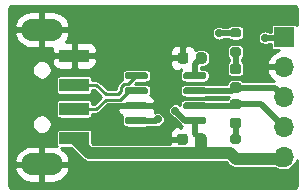
<source format=gtl>
%TF.GenerationSoftware,KiCad,Pcbnew,(5.1.10)-1*%
%TF.CreationDate,2021-07-14T15:21:13+08:00*%
%TF.ProjectId,usb-ttl,7573622d-7474-46c2-9e6b-696361645f70,rev?*%
%TF.SameCoordinates,Original*%
%TF.FileFunction,Copper,L1,Top*%
%TF.FilePolarity,Positive*%
%FSLAX46Y46*%
G04 Gerber Fmt 4.6, Leading zero omitted, Abs format (unit mm)*
G04 Created by KiCad (PCBNEW (5.1.10)-1) date 2021-07-14 15:21:13*
%MOMM*%
%LPD*%
G01*
G04 APERTURE LIST*
%TA.AperFunction,ComponentPad*%
%ADD10O,1.700000X1.700000*%
%TD*%
%TA.AperFunction,ComponentPad*%
%ADD11R,1.700000X1.700000*%
%TD*%
%TA.AperFunction,ComponentPad*%
%ADD12O,3.500000X1.900000*%
%TD*%
%TA.AperFunction,SMDPad,CuDef*%
%ADD13R,2.500000X1.100000*%
%TD*%
%TA.AperFunction,ViaPad*%
%ADD14C,0.700000*%
%TD*%
%TA.AperFunction,Conductor*%
%ADD15C,1.000000*%
%TD*%
%TA.AperFunction,Conductor*%
%ADD16C,0.500000*%
%TD*%
%TA.AperFunction,Conductor*%
%ADD17C,0.280000*%
%TD*%
%TA.AperFunction,Conductor*%
%ADD18C,0.254000*%
%TD*%
%TA.AperFunction,Conductor*%
%ADD19C,0.100000*%
%TD*%
G04 APERTURE END LIST*
%TO.P,U1,8*%
%TO.N,Net-(C2-Pad1)*%
%TA.AperFunction,SMDPad,CuDef*%
G36*
G01*
X115675000Y-119350000D02*
X115675000Y-119050000D01*
G75*
G02*
X115825000Y-118900000I150000J0D01*
G01*
X117475000Y-118900000D01*
G75*
G02*
X117625000Y-119050000I0J-150000D01*
G01*
X117625000Y-119350000D01*
G75*
G02*
X117475000Y-119500000I-150000J0D01*
G01*
X115825000Y-119500000D01*
G75*
G02*
X115675000Y-119350000I0J150000D01*
G01*
G37*
%TD.AperFunction*%
%TO.P,U1,7*%
%TO.N,/RXD*%
%TA.AperFunction,SMDPad,CuDef*%
G36*
G01*
X115675000Y-120620000D02*
X115675000Y-120320000D01*
G75*
G02*
X115825000Y-120170000I150000J0D01*
G01*
X117475000Y-120170000D01*
G75*
G02*
X117625000Y-120320000I0J-150000D01*
G01*
X117625000Y-120620000D01*
G75*
G02*
X117475000Y-120770000I-150000J0D01*
G01*
X115825000Y-120770000D01*
G75*
G02*
X115675000Y-120620000I0J150000D01*
G01*
G37*
%TD.AperFunction*%
%TO.P,U1,6*%
%TO.N,/TXD*%
%TA.AperFunction,SMDPad,CuDef*%
G36*
G01*
X115675000Y-121890000D02*
X115675000Y-121590000D01*
G75*
G02*
X115825000Y-121440000I150000J0D01*
G01*
X117475000Y-121440000D01*
G75*
G02*
X117625000Y-121590000I0J-150000D01*
G01*
X117625000Y-121890000D01*
G75*
G02*
X117475000Y-122040000I-150000J0D01*
G01*
X115825000Y-122040000D01*
G75*
G02*
X115675000Y-121890000I0J150000D01*
G01*
G37*
%TD.AperFunction*%
%TO.P,U1,5*%
%TO.N,+5V*%
%TA.AperFunction,SMDPad,CuDef*%
G36*
G01*
X115675000Y-123160000D02*
X115675000Y-122860000D01*
G75*
G02*
X115825000Y-122710000I150000J0D01*
G01*
X117475000Y-122710000D01*
G75*
G02*
X117625000Y-122860000I0J-150000D01*
G01*
X117625000Y-123160000D01*
G75*
G02*
X117475000Y-123310000I-150000J0D01*
G01*
X115825000Y-123310000D01*
G75*
G02*
X115675000Y-123160000I0J150000D01*
G01*
G37*
%TD.AperFunction*%
%TO.P,U1,4*%
%TO.N,/RTS*%
%TA.AperFunction,SMDPad,CuDef*%
G36*
G01*
X110725000Y-123160000D02*
X110725000Y-122860000D01*
G75*
G02*
X110875000Y-122710000I150000J0D01*
G01*
X112525000Y-122710000D01*
G75*
G02*
X112675000Y-122860000I0J-150000D01*
G01*
X112675000Y-123160000D01*
G75*
G02*
X112525000Y-123310000I-150000J0D01*
G01*
X110875000Y-123310000D01*
G75*
G02*
X110725000Y-123160000I0J150000D01*
G01*
G37*
%TD.AperFunction*%
%TO.P,U1,3*%
%TO.N,GND*%
%TA.AperFunction,SMDPad,CuDef*%
G36*
G01*
X110725000Y-121890000D02*
X110725000Y-121590000D01*
G75*
G02*
X110875000Y-121440000I150000J0D01*
G01*
X112525000Y-121440000D01*
G75*
G02*
X112675000Y-121590000I0J-150000D01*
G01*
X112675000Y-121890000D01*
G75*
G02*
X112525000Y-122040000I-150000J0D01*
G01*
X110875000Y-122040000D01*
G75*
G02*
X110725000Y-121890000I0J150000D01*
G01*
G37*
%TD.AperFunction*%
%TO.P,U1,2*%
%TO.N,/D-*%
%TA.AperFunction,SMDPad,CuDef*%
G36*
G01*
X110725000Y-120620000D02*
X110725000Y-120320000D01*
G75*
G02*
X110875000Y-120170000I150000J0D01*
G01*
X112525000Y-120170000D01*
G75*
G02*
X112675000Y-120320000I0J-150000D01*
G01*
X112675000Y-120620000D01*
G75*
G02*
X112525000Y-120770000I-150000J0D01*
G01*
X110875000Y-120770000D01*
G75*
G02*
X110725000Y-120620000I0J150000D01*
G01*
G37*
%TD.AperFunction*%
%TO.P,U1,1*%
%TO.N,/D+*%
%TA.AperFunction,SMDPad,CuDef*%
G36*
G01*
X110725000Y-119350000D02*
X110725000Y-119050000D01*
G75*
G02*
X110875000Y-118900000I150000J0D01*
G01*
X112525000Y-118900000D01*
G75*
G02*
X112675000Y-119050000I0J-150000D01*
G01*
X112675000Y-119350000D01*
G75*
G02*
X112525000Y-119500000I-150000J0D01*
G01*
X110875000Y-119500000D01*
G75*
G02*
X110725000Y-119350000I0J150000D01*
G01*
G37*
%TD.AperFunction*%
%TD*%
D10*
%TO.P,J2,5*%
%TO.N,+5V*%
X124200000Y-126080000D03*
%TO.P,J2,4*%
%TO.N,/TXD*%
X124200000Y-123540000D03*
%TO.P,J2,3*%
%TO.N,/RXD*%
X124200000Y-121000000D03*
%TO.P,J2,2*%
%TO.N,GND*%
X124200000Y-118460000D03*
D11*
%TO.P,J2,1*%
%TO.N,/RTS*%
X124200000Y-115920000D03*
%TD*%
%TO.P,R2,2*%
%TO.N,Net-(D2-Pad2)*%
%TA.AperFunction,SMDPad,CuDef*%
G36*
G01*
X119825000Y-116800000D02*
X120375000Y-116800000D01*
G75*
G02*
X120575000Y-117000000I0J-200000D01*
G01*
X120575000Y-117400000D01*
G75*
G02*
X120375000Y-117600000I-200000J0D01*
G01*
X119825000Y-117600000D01*
G75*
G02*
X119625000Y-117400000I0J200000D01*
G01*
X119625000Y-117000000D01*
G75*
G02*
X119825000Y-116800000I200000J0D01*
G01*
G37*
%TD.AperFunction*%
%TO.P,R2,1*%
%TO.N,+5V*%
%TA.AperFunction,SMDPad,CuDef*%
G36*
G01*
X119825000Y-115150000D02*
X120375000Y-115150000D01*
G75*
G02*
X120575000Y-115350000I0J-200000D01*
G01*
X120575000Y-115750000D01*
G75*
G02*
X120375000Y-115950000I-200000J0D01*
G01*
X119825000Y-115950000D01*
G75*
G02*
X119625000Y-115750000I0J200000D01*
G01*
X119625000Y-115350000D01*
G75*
G02*
X119825000Y-115150000I200000J0D01*
G01*
G37*
%TD.AperFunction*%
%TD*%
%TO.P,R1,2*%
%TO.N,Net-(D1-Pad2)*%
%TA.AperFunction,SMDPad,CuDef*%
G36*
G01*
X120375000Y-124975000D02*
X119825000Y-124975000D01*
G75*
G02*
X119625000Y-124775000I0J200000D01*
G01*
X119625000Y-124375000D01*
G75*
G02*
X119825000Y-124175000I200000J0D01*
G01*
X120375000Y-124175000D01*
G75*
G02*
X120575000Y-124375000I0J-200000D01*
G01*
X120575000Y-124775000D01*
G75*
G02*
X120375000Y-124975000I-200000J0D01*
G01*
G37*
%TD.AperFunction*%
%TO.P,R1,1*%
%TO.N,+5V*%
%TA.AperFunction,SMDPad,CuDef*%
G36*
G01*
X120375000Y-126625000D02*
X119825000Y-126625000D01*
G75*
G02*
X119625000Y-126425000I0J200000D01*
G01*
X119625000Y-126025000D01*
G75*
G02*
X119825000Y-125825000I200000J0D01*
G01*
X120375000Y-125825000D01*
G75*
G02*
X120575000Y-126025000I0J-200000D01*
G01*
X120575000Y-126425000D01*
G75*
G02*
X120375000Y-126625000I-200000J0D01*
G01*
G37*
%TD.AperFunction*%
%TD*%
D12*
%TO.P,J1,5*%
%TO.N,GND*%
X103700000Y-115300000D03*
X103700000Y-126700000D03*
D13*
%TO.P,J1,4*%
X106450000Y-117500000D03*
%TO.P,J1,1*%
%TO.N,+5V*%
X106450000Y-124500000D03*
%TO.P,J1,3*%
%TO.N,/D+*%
X106450000Y-120000000D03*
%TO.P,J1,2*%
%TO.N,/D-*%
X106450000Y-122000000D03*
%TD*%
%TO.P,D2,2*%
%TO.N,Net-(D2-Pad2)*%
%TA.AperFunction,SMDPad,CuDef*%
G36*
G01*
X120356250Y-119062500D02*
X119843750Y-119062500D01*
G75*
G02*
X119625000Y-118843750I0J218750D01*
G01*
X119625000Y-118406250D01*
G75*
G02*
X119843750Y-118187500I218750J0D01*
G01*
X120356250Y-118187500D01*
G75*
G02*
X120575000Y-118406250I0J-218750D01*
G01*
X120575000Y-118843750D01*
G75*
G02*
X120356250Y-119062500I-218750J0D01*
G01*
G37*
%TD.AperFunction*%
%TO.P,D2,1*%
%TO.N,/RXD*%
%TA.AperFunction,SMDPad,CuDef*%
G36*
G01*
X120356250Y-120637500D02*
X119843750Y-120637500D01*
G75*
G02*
X119625000Y-120418750I0J218750D01*
G01*
X119625000Y-119981250D01*
G75*
G02*
X119843750Y-119762500I218750J0D01*
G01*
X120356250Y-119762500D01*
G75*
G02*
X120575000Y-119981250I0J-218750D01*
G01*
X120575000Y-120418750D01*
G75*
G02*
X120356250Y-120637500I-218750J0D01*
G01*
G37*
%TD.AperFunction*%
%TD*%
%TO.P,D1,2*%
%TO.N,Net-(D1-Pad2)*%
%TA.AperFunction,SMDPad,CuDef*%
G36*
G01*
X119843750Y-122762500D02*
X120356250Y-122762500D01*
G75*
G02*
X120575000Y-122981250I0J-218750D01*
G01*
X120575000Y-123418750D01*
G75*
G02*
X120356250Y-123637500I-218750J0D01*
G01*
X119843750Y-123637500D01*
G75*
G02*
X119625000Y-123418750I0J218750D01*
G01*
X119625000Y-122981250D01*
G75*
G02*
X119843750Y-122762500I218750J0D01*
G01*
G37*
%TD.AperFunction*%
%TO.P,D1,1*%
%TO.N,/TXD*%
%TA.AperFunction,SMDPad,CuDef*%
G36*
G01*
X119843750Y-121187500D02*
X120356250Y-121187500D01*
G75*
G02*
X120575000Y-121406250I0J-218750D01*
G01*
X120575000Y-121843750D01*
G75*
G02*
X120356250Y-122062500I-218750J0D01*
G01*
X119843750Y-122062500D01*
G75*
G02*
X119625000Y-121843750I0J218750D01*
G01*
X119625000Y-121406250D01*
G75*
G02*
X119843750Y-121187500I218750J0D01*
G01*
G37*
%TD.AperFunction*%
%TD*%
%TO.P,C2,2*%
%TO.N,GND*%
%TA.AperFunction,SMDPad,CuDef*%
G36*
G01*
X116100000Y-117450000D02*
X116100000Y-117950000D01*
G75*
G02*
X115875000Y-118175000I-225000J0D01*
G01*
X115425000Y-118175000D01*
G75*
G02*
X115200000Y-117950000I0J225000D01*
G01*
X115200000Y-117450000D01*
G75*
G02*
X115425000Y-117225000I225000J0D01*
G01*
X115875000Y-117225000D01*
G75*
G02*
X116100000Y-117450000I0J-225000D01*
G01*
G37*
%TD.AperFunction*%
%TO.P,C2,1*%
%TO.N,Net-(C2-Pad1)*%
%TA.AperFunction,SMDPad,CuDef*%
G36*
G01*
X117650000Y-117450000D02*
X117650000Y-117950000D01*
G75*
G02*
X117425000Y-118175000I-225000J0D01*
G01*
X116975000Y-118175000D01*
G75*
G02*
X116750000Y-117950000I0J225000D01*
G01*
X116750000Y-117450000D01*
G75*
G02*
X116975000Y-117225000I225000J0D01*
G01*
X117425000Y-117225000D01*
G75*
G02*
X117650000Y-117450000I0J-225000D01*
G01*
G37*
%TD.AperFunction*%
%TD*%
%TO.P,C1,2*%
%TO.N,GND*%
%TA.AperFunction,SMDPad,CuDef*%
G36*
G01*
X116050000Y-124350000D02*
X116050000Y-124850000D01*
G75*
G02*
X115825000Y-125075000I-225000J0D01*
G01*
X115375000Y-125075000D01*
G75*
G02*
X115150000Y-124850000I0J225000D01*
G01*
X115150000Y-124350000D01*
G75*
G02*
X115375000Y-124125000I225000J0D01*
G01*
X115825000Y-124125000D01*
G75*
G02*
X116050000Y-124350000I0J-225000D01*
G01*
G37*
%TD.AperFunction*%
%TO.P,C1,1*%
%TO.N,+5V*%
%TA.AperFunction,SMDPad,CuDef*%
G36*
G01*
X117600000Y-124350000D02*
X117600000Y-124850000D01*
G75*
G02*
X117375000Y-125075000I-225000J0D01*
G01*
X116925000Y-125075000D01*
G75*
G02*
X116700000Y-124850000I0J225000D01*
G01*
X116700000Y-124350000D01*
G75*
G02*
X116925000Y-124125000I225000J0D01*
G01*
X117375000Y-124125000D01*
G75*
G02*
X117600000Y-124350000I0J-225000D01*
G01*
G37*
%TD.AperFunction*%
%TD*%
D14*
%TO.N,+5V*%
X115000000Y-122150000D03*
X118700000Y-115600000D03*
%TO.N,/RTS*%
X113500000Y-122900000D03*
X122600000Y-116000000D03*
%TD*%
D15*
%TO.N,+5V*%
X123880000Y-126400000D02*
X124200000Y-126080000D01*
D16*
X116650000Y-124100000D02*
X117150000Y-124600000D01*
X116650000Y-123010000D02*
X116650000Y-124100000D01*
D15*
X119600010Y-125725010D02*
X120100000Y-126225000D01*
X106450000Y-124500000D02*
X107675010Y-125725010D01*
X124055000Y-126225000D02*
X124200000Y-126080000D01*
X120100000Y-126225000D02*
X124055000Y-126225000D01*
X117150000Y-125550000D02*
X117325010Y-125725010D01*
X117150000Y-124600000D02*
X117150000Y-125550000D01*
X117325010Y-125725010D02*
X119600010Y-125725010D01*
X107675010Y-125725010D02*
X117325010Y-125725010D01*
D16*
X115860000Y-123010000D02*
X115000000Y-122150000D01*
X116650000Y-123010000D02*
X115860000Y-123010000D01*
X120050000Y-115600000D02*
X120100000Y-115550000D01*
X118700000Y-115600000D02*
X120050000Y-115600000D01*
%TO.N,Net-(C2-Pad1)*%
X116650000Y-118250000D02*
X117200000Y-117700000D01*
X116650000Y-119200000D02*
X116650000Y-118250000D01*
%TO.N,Net-(D1-Pad2)*%
X120100000Y-123200000D02*
X120100000Y-124575000D01*
%TO.N,/TXD*%
X123935000Y-123275000D02*
X124200000Y-123540000D01*
X119985000Y-121740000D02*
X120100000Y-121625000D01*
X116650000Y-121740000D02*
X119985000Y-121740000D01*
X122285000Y-121625000D02*
X124200000Y-123540000D01*
X120100000Y-121625000D02*
X122285000Y-121625000D01*
%TO.N,Net-(D2-Pad2)*%
X120100000Y-117200000D02*
X120100000Y-118625000D01*
%TO.N,/RXD*%
X119830000Y-120470000D02*
X120100000Y-120200000D01*
X116650000Y-120470000D02*
X119830000Y-120470000D01*
X123400000Y-120200000D02*
X124200000Y-121000000D01*
X120100000Y-120200000D02*
X123400000Y-120200000D01*
D17*
%TO.N,/D+*%
X109109001Y-120784000D02*
X108325001Y-120000000D01*
X110116000Y-120784000D02*
X109109001Y-120784000D01*
X110434990Y-120465010D02*
X110116000Y-120784000D01*
X110434990Y-120137740D02*
X110434990Y-120465010D01*
X110692740Y-119879990D02*
X110434990Y-120137740D01*
X108325001Y-120000000D02*
X106450000Y-120000000D01*
X111020010Y-119879990D02*
X110692740Y-119879990D01*
X111700000Y-119200000D02*
X111020010Y-119879990D01*
%TO.N,/D-*%
X109109001Y-121216000D02*
X108325001Y-122000000D01*
X111040941Y-120470000D02*
X110294941Y-121216000D01*
X111700000Y-120470000D02*
X111040941Y-120470000D01*
X110294941Y-121216000D02*
X109109001Y-121216000D01*
X108325001Y-122000000D02*
X106450000Y-122000000D01*
D16*
%TO.N,/RTS*%
X113390000Y-123010000D02*
X113500000Y-122900000D01*
X111700000Y-123010000D02*
X113390000Y-123010000D01*
X124120000Y-116000000D02*
X124200000Y-115920000D01*
X122600000Y-116000000D02*
X124120000Y-116000000D01*
%TD*%
D18*
%TO.N,GND*%
X125216870Y-113383130D02*
X125298001Y-113481988D01*
X125298001Y-114946362D01*
X125281431Y-114915363D01*
X125246816Y-114873184D01*
X125204637Y-114838569D01*
X125156516Y-114812847D01*
X125104301Y-114797008D01*
X125050000Y-114791660D01*
X123350000Y-114791660D01*
X123295699Y-114797008D01*
X123243484Y-114812847D01*
X123195363Y-114838569D01*
X123153184Y-114873184D01*
X123118569Y-114915363D01*
X123092847Y-114963484D01*
X123077008Y-115015699D01*
X123071660Y-115070000D01*
X123071660Y-115473000D01*
X122939859Y-115473000D01*
X122896996Y-115444360D01*
X122782889Y-115397095D01*
X122661754Y-115373000D01*
X122538246Y-115373000D01*
X122417111Y-115397095D01*
X122303004Y-115444360D01*
X122200311Y-115512977D01*
X122112977Y-115600311D01*
X122044360Y-115703004D01*
X121997095Y-115817111D01*
X121973000Y-115938246D01*
X121973000Y-116061754D01*
X121997095Y-116182889D01*
X122044360Y-116296996D01*
X122112977Y-116399689D01*
X122200311Y-116487023D01*
X122303004Y-116555640D01*
X122417111Y-116602905D01*
X122538246Y-116627000D01*
X122661754Y-116627000D01*
X122782889Y-116602905D01*
X122896996Y-116555640D01*
X122939859Y-116527000D01*
X123071660Y-116527000D01*
X123071660Y-116770000D01*
X123077008Y-116824301D01*
X123092847Y-116876516D01*
X123118569Y-116924637D01*
X123153184Y-116966816D01*
X123195363Y-117001431D01*
X123243484Y-117027153D01*
X123295699Y-117042992D01*
X123350000Y-117048340D01*
X123759042Y-117048340D01*
X123568748Y-117115843D01*
X123318645Y-117264822D01*
X123102412Y-117459731D01*
X122928359Y-117693080D01*
X122803175Y-117955901D01*
X122758524Y-118103110D01*
X122879845Y-118333000D01*
X124073000Y-118333000D01*
X124073000Y-118313000D01*
X124327000Y-118313000D01*
X124327000Y-118333000D01*
X124347000Y-118333000D01*
X124347000Y-118587000D01*
X124327000Y-118587000D01*
X124327000Y-118607000D01*
X124073000Y-118607000D01*
X124073000Y-118587000D01*
X122879845Y-118587000D01*
X122758524Y-118816890D01*
X122803175Y-118964099D01*
X122928359Y-119226920D01*
X123102412Y-119460269D01*
X123318645Y-119655178D01*
X123348564Y-119673000D01*
X120743236Y-119673000D01*
X120707746Y-119629754D01*
X120632418Y-119567935D01*
X120546478Y-119521999D01*
X120453227Y-119493711D01*
X120356250Y-119484160D01*
X119843750Y-119484160D01*
X119746773Y-119493711D01*
X119653522Y-119521999D01*
X119567582Y-119567935D01*
X119492254Y-119629754D01*
X119430435Y-119705082D01*
X119384499Y-119791022D01*
X119356211Y-119884273D01*
X119350427Y-119943000D01*
X117673969Y-119943000D01*
X117638919Y-119924265D01*
X117558565Y-119899890D01*
X117475000Y-119891660D01*
X115825000Y-119891660D01*
X115741435Y-119899890D01*
X115661081Y-119924265D01*
X115587027Y-119963848D01*
X115522118Y-120017118D01*
X115468848Y-120082027D01*
X115429265Y-120156081D01*
X115404890Y-120236435D01*
X115396660Y-120320000D01*
X115396660Y-120620000D01*
X115404890Y-120703565D01*
X115429265Y-120783919D01*
X115468848Y-120857973D01*
X115522118Y-120922882D01*
X115587027Y-120976152D01*
X115661081Y-121015735D01*
X115741435Y-121040110D01*
X115825000Y-121048340D01*
X117475000Y-121048340D01*
X117558565Y-121040110D01*
X117638919Y-121015735D01*
X117673969Y-120997000D01*
X119562629Y-120997000D01*
X119492254Y-121054754D01*
X119430435Y-121130082D01*
X119386114Y-121213000D01*
X117673969Y-121213000D01*
X117638919Y-121194265D01*
X117558565Y-121169890D01*
X117475000Y-121161660D01*
X115825000Y-121161660D01*
X115741435Y-121169890D01*
X115661081Y-121194265D01*
X115587027Y-121233848D01*
X115522118Y-121287118D01*
X115468848Y-121352027D01*
X115429265Y-121426081D01*
X115404890Y-121506435D01*
X115396660Y-121590000D01*
X115396660Y-121660953D01*
X115296996Y-121594360D01*
X115182889Y-121547095D01*
X115061754Y-121523000D01*
X114938246Y-121523000D01*
X114817111Y-121547095D01*
X114703004Y-121594360D01*
X114600311Y-121662977D01*
X114512977Y-121750311D01*
X114444360Y-121853004D01*
X114397095Y-121967111D01*
X114373000Y-122088246D01*
X114373000Y-122211754D01*
X114397095Y-122332889D01*
X114444360Y-122446996D01*
X114512977Y-122549689D01*
X114600311Y-122637023D01*
X114703004Y-122705640D01*
X114817111Y-122752905D01*
X114867673Y-122762962D01*
X115429996Y-123325287D01*
X115468848Y-123397973D01*
X115522118Y-123462882D01*
X115555161Y-123490000D01*
X115472998Y-123490000D01*
X115472998Y-123648748D01*
X115314250Y-123490000D01*
X115150000Y-123486928D01*
X115025518Y-123499188D01*
X114905820Y-123535498D01*
X114795506Y-123594463D01*
X114698815Y-123673815D01*
X114619463Y-123770506D01*
X114560498Y-123880820D01*
X114524188Y-124000518D01*
X114511928Y-124125000D01*
X114515000Y-124314250D01*
X114673750Y-124473000D01*
X115473000Y-124473000D01*
X115473000Y-124453000D01*
X115727000Y-124453000D01*
X115727000Y-124473000D01*
X115747000Y-124473000D01*
X115747000Y-124727000D01*
X115727000Y-124727000D01*
X115727000Y-124747000D01*
X115473000Y-124747000D01*
X115473000Y-124727000D01*
X114673750Y-124727000D01*
X114515000Y-124885750D01*
X114513989Y-124948010D01*
X107996854Y-124948010D01*
X107978340Y-124929496D01*
X107978340Y-123950000D01*
X107972992Y-123895699D01*
X107957153Y-123843484D01*
X107931431Y-123795363D01*
X107896816Y-123753184D01*
X107854637Y-123718569D01*
X107806516Y-123692847D01*
X107754301Y-123677008D01*
X107700000Y-123671660D01*
X105200000Y-123671660D01*
X105145699Y-123677008D01*
X105093484Y-123692847D01*
X105045363Y-123718569D01*
X105003184Y-123753184D01*
X104968569Y-123795363D01*
X104942847Y-123843484D01*
X104927008Y-123895699D01*
X104921660Y-123950000D01*
X104921660Y-125050000D01*
X104927008Y-125104301D01*
X104942847Y-125156516D01*
X104954540Y-125178392D01*
X104933778Y-125170232D01*
X104627000Y-125115000D01*
X103827000Y-125115000D01*
X103827000Y-126573000D01*
X105920584Y-126573000D01*
X106040586Y-126327412D01*
X106012949Y-126210779D01*
X105888436Y-125925017D01*
X105710566Y-125669038D01*
X105486175Y-125452678D01*
X105292544Y-125328340D01*
X106179497Y-125328340D01*
X107098600Y-126247444D01*
X107122930Y-126277090D01*
X107241244Y-126374187D01*
X107376226Y-126446337D01*
X107522691Y-126490767D01*
X107636844Y-126502010D01*
X107636846Y-126502010D01*
X107675010Y-126505769D01*
X107713173Y-126502010D01*
X117286846Y-126502010D01*
X117325010Y-126505769D01*
X117363173Y-126502010D01*
X119278167Y-126502010D01*
X119382575Y-126606418D01*
X119383071Y-126608053D01*
X119427275Y-126690751D01*
X119486763Y-126763237D01*
X119559249Y-126822725D01*
X119641947Y-126866929D01*
X119666746Y-126874452D01*
X119754199Y-126921195D01*
X119801216Y-126946327D01*
X119947681Y-126990757D01*
X120061834Y-127002000D01*
X120061836Y-127002000D01*
X120100000Y-127005759D01*
X120138163Y-127002000D01*
X123388749Y-127002000D01*
X123446234Y-127049177D01*
X123581217Y-127121327D01*
X123727682Y-127165756D01*
X123880000Y-127180759D01*
X123931551Y-127175681D01*
X124089000Y-127207000D01*
X124311000Y-127207000D01*
X124528734Y-127163690D01*
X124733835Y-127078734D01*
X124918421Y-126955398D01*
X125075398Y-126798421D01*
X125198734Y-126613835D01*
X125283690Y-126408734D01*
X125298000Y-126336792D01*
X125298000Y-128518013D01*
X125216870Y-128616870D01*
X125118013Y-128698000D01*
X101081987Y-128698000D01*
X100983130Y-128616870D01*
X100902000Y-128518013D01*
X100902000Y-127072588D01*
X101359414Y-127072588D01*
X101387051Y-127189221D01*
X101511564Y-127474983D01*
X101689434Y-127730962D01*
X101913825Y-127947322D01*
X102176114Y-128115748D01*
X102466222Y-128229768D01*
X102773000Y-128285000D01*
X103573000Y-128285000D01*
X103573000Y-126827000D01*
X103827000Y-126827000D01*
X103827000Y-128285000D01*
X104627000Y-128285000D01*
X104933778Y-128229768D01*
X105223886Y-128115748D01*
X105486175Y-127947322D01*
X105710566Y-127730962D01*
X105888436Y-127474983D01*
X106012949Y-127189221D01*
X106040586Y-127072588D01*
X105920584Y-126827000D01*
X103827000Y-126827000D01*
X103573000Y-126827000D01*
X101479416Y-126827000D01*
X101359414Y-127072588D01*
X100902000Y-127072588D01*
X100902000Y-126327412D01*
X101359414Y-126327412D01*
X101479416Y-126573000D01*
X103573000Y-126573000D01*
X103573000Y-125115000D01*
X102773000Y-125115000D01*
X102466222Y-125170232D01*
X102176114Y-125284252D01*
X101913825Y-125452678D01*
X101689434Y-125669038D01*
X101511564Y-125925017D01*
X101387051Y-126210779D01*
X101359414Y-126327412D01*
X100902000Y-126327412D01*
X100902000Y-123218548D01*
X102873000Y-123218548D01*
X102873000Y-123381452D01*
X102904782Y-123541227D01*
X102967123Y-123691731D01*
X103057628Y-123827181D01*
X103172819Y-123942372D01*
X103308269Y-124032877D01*
X103458773Y-124095218D01*
X103618548Y-124127000D01*
X103781452Y-124127000D01*
X103941227Y-124095218D01*
X104091731Y-124032877D01*
X104227181Y-123942372D01*
X104342372Y-123827181D01*
X104432877Y-123691731D01*
X104495218Y-123541227D01*
X104527000Y-123381452D01*
X104527000Y-123218548D01*
X104495218Y-123058773D01*
X104432877Y-122908269D01*
X104342372Y-122772819D01*
X104227181Y-122657628D01*
X104091731Y-122567123D01*
X103941227Y-122504782D01*
X103781452Y-122473000D01*
X103618548Y-122473000D01*
X103458773Y-122504782D01*
X103308269Y-122567123D01*
X103172819Y-122657628D01*
X103057628Y-122772819D01*
X102967123Y-122908269D01*
X102904782Y-123058773D01*
X102873000Y-123218548D01*
X100902000Y-123218548D01*
X100902000Y-118618548D01*
X102873000Y-118618548D01*
X102873000Y-118781452D01*
X102904782Y-118941227D01*
X102967123Y-119091731D01*
X103057628Y-119227181D01*
X103172819Y-119342372D01*
X103308269Y-119432877D01*
X103458773Y-119495218D01*
X103618548Y-119527000D01*
X103781452Y-119527000D01*
X103941227Y-119495218D01*
X104050392Y-119450000D01*
X104921660Y-119450000D01*
X104921660Y-120550000D01*
X104927008Y-120604301D01*
X104942847Y-120656516D01*
X104968569Y-120704637D01*
X105003184Y-120746816D01*
X105045363Y-120781431D01*
X105093484Y-120807153D01*
X105145699Y-120822992D01*
X105200000Y-120828340D01*
X107700000Y-120828340D01*
X107754301Y-120822992D01*
X107806516Y-120807153D01*
X107854637Y-120781431D01*
X107896816Y-120746816D01*
X107931431Y-120704637D01*
X107957153Y-120656516D01*
X107972992Y-120604301D01*
X107978340Y-120550000D01*
X107978340Y-120417000D01*
X108152275Y-120417000D01*
X108735274Y-121000000D01*
X108152275Y-121583000D01*
X107978340Y-121583000D01*
X107978340Y-121450000D01*
X107972992Y-121395699D01*
X107957153Y-121343484D01*
X107931431Y-121295363D01*
X107896816Y-121253184D01*
X107854637Y-121218569D01*
X107806516Y-121192847D01*
X107754301Y-121177008D01*
X107700000Y-121171660D01*
X105200000Y-121171660D01*
X105145699Y-121177008D01*
X105093484Y-121192847D01*
X105045363Y-121218569D01*
X105003184Y-121253184D01*
X104968569Y-121295363D01*
X104942847Y-121343484D01*
X104927008Y-121395699D01*
X104921660Y-121450000D01*
X104921660Y-122550000D01*
X104927008Y-122604301D01*
X104942847Y-122656516D01*
X104968569Y-122704637D01*
X105003184Y-122746816D01*
X105045363Y-122781431D01*
X105093484Y-122807153D01*
X105145699Y-122822992D01*
X105200000Y-122828340D01*
X107700000Y-122828340D01*
X107754301Y-122822992D01*
X107806516Y-122807153D01*
X107854637Y-122781431D01*
X107896816Y-122746816D01*
X107931431Y-122704637D01*
X107957153Y-122656516D01*
X107972992Y-122604301D01*
X107978340Y-122550000D01*
X107978340Y-122417000D01*
X108304524Y-122417000D01*
X108325001Y-122419017D01*
X108345478Y-122417000D01*
X108345481Y-122417000D01*
X108406747Y-122410966D01*
X108485352Y-122387121D01*
X108557794Y-122348400D01*
X108621291Y-122296290D01*
X108634352Y-122280376D01*
X108874728Y-122040000D01*
X110086928Y-122040000D01*
X110099188Y-122164482D01*
X110135498Y-122284180D01*
X110194463Y-122394494D01*
X110273815Y-122491185D01*
X110370506Y-122570537D01*
X110480820Y-122629502D01*
X110510104Y-122638385D01*
X110479265Y-122696081D01*
X110454890Y-122776435D01*
X110446660Y-122860000D01*
X110446660Y-123160000D01*
X110454890Y-123243565D01*
X110479265Y-123323919D01*
X110518848Y-123397973D01*
X110572118Y-123462882D01*
X110637027Y-123516152D01*
X110711081Y-123555735D01*
X110791435Y-123580110D01*
X110875000Y-123588340D01*
X112525000Y-123588340D01*
X112608565Y-123580110D01*
X112688919Y-123555735D01*
X112723969Y-123537000D01*
X113364119Y-123537000D01*
X113390000Y-123539549D01*
X113415881Y-123537000D01*
X113493310Y-123529374D01*
X113501136Y-123527000D01*
X113561754Y-123527000D01*
X113682889Y-123502905D01*
X113796996Y-123455640D01*
X113899689Y-123387023D01*
X113987023Y-123299689D01*
X114055640Y-123196996D01*
X114102905Y-123082889D01*
X114127000Y-122961754D01*
X114127000Y-122838246D01*
X114102905Y-122717111D01*
X114055640Y-122603004D01*
X113987023Y-122500311D01*
X113899689Y-122412977D01*
X113796996Y-122344360D01*
X113682889Y-122297095D01*
X113561754Y-122273000D01*
X113438246Y-122273000D01*
X113317111Y-122297095D01*
X113240675Y-122328756D01*
X113264502Y-122284180D01*
X113300812Y-122164482D01*
X113313072Y-122040000D01*
X113310000Y-122025750D01*
X113151250Y-121867000D01*
X111827000Y-121867000D01*
X111827000Y-121887000D01*
X111573000Y-121887000D01*
X111573000Y-121867000D01*
X110248750Y-121867000D01*
X110090000Y-122025750D01*
X110086928Y-122040000D01*
X108874728Y-122040000D01*
X109281728Y-121633000D01*
X110274464Y-121633000D01*
X110294941Y-121635017D01*
X110315418Y-121633000D01*
X110315421Y-121633000D01*
X110376687Y-121626966D01*
X110422726Y-121613000D01*
X111573000Y-121613000D01*
X111573000Y-121593000D01*
X111827000Y-121593000D01*
X111827000Y-121613000D01*
X113151250Y-121613000D01*
X113310000Y-121454250D01*
X113313072Y-121440000D01*
X113300812Y-121315518D01*
X113264502Y-121195820D01*
X113205537Y-121085506D01*
X113126185Y-120988815D01*
X113029494Y-120909463D01*
X112919180Y-120850498D01*
X112889896Y-120841615D01*
X112920735Y-120783919D01*
X112945110Y-120703565D01*
X112953340Y-120620000D01*
X112953340Y-120320000D01*
X112945110Y-120236435D01*
X112920735Y-120156081D01*
X112881152Y-120082027D01*
X112827882Y-120017118D01*
X112762973Y-119963848D01*
X112688919Y-119924265D01*
X112608565Y-119899890D01*
X112525000Y-119891660D01*
X111598067Y-119891660D01*
X111711387Y-119778340D01*
X112525000Y-119778340D01*
X112608565Y-119770110D01*
X112688919Y-119745735D01*
X112762973Y-119706152D01*
X112827882Y-119652882D01*
X112881152Y-119587973D01*
X112920735Y-119513919D01*
X112945110Y-119433565D01*
X112953340Y-119350000D01*
X112953340Y-119050000D01*
X112945110Y-118966435D01*
X112920735Y-118886081D01*
X112881152Y-118812027D01*
X112827882Y-118747118D01*
X112762973Y-118693848D01*
X112688919Y-118654265D01*
X112608565Y-118629890D01*
X112525000Y-118621660D01*
X110875000Y-118621660D01*
X110791435Y-118629890D01*
X110711081Y-118654265D01*
X110637027Y-118693848D01*
X110572118Y-118747118D01*
X110518848Y-118812027D01*
X110479265Y-118886081D01*
X110454890Y-118966435D01*
X110446660Y-119050000D01*
X110446660Y-119350000D01*
X110454890Y-119433565D01*
X110479265Y-119513919D01*
X110482319Y-119519632D01*
X110459946Y-119531590D01*
X110438709Y-119549020D01*
X110396450Y-119583700D01*
X110383389Y-119599615D01*
X110154615Y-119828389D01*
X110138700Y-119841450D01*
X110086590Y-119904948D01*
X110047869Y-119977390D01*
X110024024Y-120055995D01*
X110020016Y-120096690D01*
X110015973Y-120137740D01*
X110017990Y-120158217D01*
X110017990Y-120292283D01*
X109943274Y-120367000D01*
X109281728Y-120367000D01*
X108634352Y-119719624D01*
X108621291Y-119703710D01*
X108557794Y-119651600D01*
X108485352Y-119612879D01*
X108406747Y-119589034D01*
X108345481Y-119583000D01*
X108345478Y-119583000D01*
X108325001Y-119580983D01*
X108304524Y-119583000D01*
X107978340Y-119583000D01*
X107978340Y-119450000D01*
X107972992Y-119395699D01*
X107957153Y-119343484D01*
X107931431Y-119295363D01*
X107896816Y-119253184D01*
X107854637Y-119218569D01*
X107806516Y-119192847D01*
X107754301Y-119177008D01*
X107700000Y-119171660D01*
X105200000Y-119171660D01*
X105145699Y-119177008D01*
X105093484Y-119192847D01*
X105045363Y-119218569D01*
X105003184Y-119253184D01*
X104968569Y-119295363D01*
X104942847Y-119343484D01*
X104927008Y-119395699D01*
X104921660Y-119450000D01*
X104050392Y-119450000D01*
X104091731Y-119432877D01*
X104227181Y-119342372D01*
X104342372Y-119227181D01*
X104432877Y-119091731D01*
X104495218Y-118941227D01*
X104527000Y-118781452D01*
X104527000Y-118618548D01*
X104495218Y-118458773D01*
X104432877Y-118308269D01*
X104342372Y-118172819D01*
X104227181Y-118057628D01*
X104215765Y-118050000D01*
X104561928Y-118050000D01*
X104574188Y-118174482D01*
X104610498Y-118294180D01*
X104669463Y-118404494D01*
X104748815Y-118501185D01*
X104845506Y-118580537D01*
X104955820Y-118639502D01*
X105075518Y-118675812D01*
X105200000Y-118688072D01*
X106164250Y-118685000D01*
X106323000Y-118526250D01*
X106323000Y-117627000D01*
X106577000Y-117627000D01*
X106577000Y-118526250D01*
X106735750Y-118685000D01*
X107700000Y-118688072D01*
X107824482Y-118675812D01*
X107944180Y-118639502D01*
X108054494Y-118580537D01*
X108151185Y-118501185D01*
X108230537Y-118404494D01*
X108289502Y-118294180D01*
X108325654Y-118175000D01*
X114561928Y-118175000D01*
X114574188Y-118299482D01*
X114610498Y-118419180D01*
X114669463Y-118529494D01*
X114748815Y-118626185D01*
X114845506Y-118705537D01*
X114955820Y-118764502D01*
X115075518Y-118800812D01*
X115200000Y-118813072D01*
X115364250Y-118810000D01*
X115522998Y-118651252D01*
X115522998Y-118746396D01*
X115522118Y-118747118D01*
X115468848Y-118812027D01*
X115429265Y-118886081D01*
X115404890Y-118966435D01*
X115396660Y-119050000D01*
X115396660Y-119350000D01*
X115404890Y-119433565D01*
X115429265Y-119513919D01*
X115468848Y-119587973D01*
X115522118Y-119652882D01*
X115587027Y-119706152D01*
X115661081Y-119745735D01*
X115741435Y-119770110D01*
X115825000Y-119778340D01*
X117475000Y-119778340D01*
X117558565Y-119770110D01*
X117638919Y-119745735D01*
X117712973Y-119706152D01*
X117777882Y-119652882D01*
X117831152Y-119587973D01*
X117870735Y-119513919D01*
X117895110Y-119433565D01*
X117903340Y-119350000D01*
X117903340Y-119050000D01*
X117895110Y-118966435D01*
X117870735Y-118886081D01*
X117831152Y-118812027D01*
X117777882Y-118747118D01*
X117712973Y-118693848D01*
X117638919Y-118654265D01*
X117558565Y-118629890D01*
X117475000Y-118621660D01*
X117177000Y-118621660D01*
X117177000Y-118468289D01*
X117191949Y-118453340D01*
X117425000Y-118453340D01*
X117523197Y-118443668D01*
X117617620Y-118415026D01*
X117704641Y-118368512D01*
X117780915Y-118305915D01*
X117843512Y-118229641D01*
X117890026Y-118142620D01*
X117918668Y-118048197D01*
X117928340Y-117950000D01*
X117928340Y-117450000D01*
X117918668Y-117351803D01*
X117890026Y-117257380D01*
X117843512Y-117170359D01*
X117780915Y-117094085D01*
X117704641Y-117031488D01*
X117645732Y-117000000D01*
X119346660Y-117000000D01*
X119346660Y-117400000D01*
X119355851Y-117493320D01*
X119383071Y-117583053D01*
X119427275Y-117665751D01*
X119486763Y-117738237D01*
X119559249Y-117797725D01*
X119573000Y-117805075D01*
X119573001Y-117990039D01*
X119567582Y-117992935D01*
X119492254Y-118054754D01*
X119430435Y-118130082D01*
X119384499Y-118216022D01*
X119356211Y-118309273D01*
X119346660Y-118406250D01*
X119346660Y-118843750D01*
X119356211Y-118940727D01*
X119384499Y-119033978D01*
X119430435Y-119119918D01*
X119492254Y-119195246D01*
X119567582Y-119257065D01*
X119653522Y-119303001D01*
X119746773Y-119331289D01*
X119843750Y-119340840D01*
X120356250Y-119340840D01*
X120453227Y-119331289D01*
X120546478Y-119303001D01*
X120632418Y-119257065D01*
X120707746Y-119195246D01*
X120769565Y-119119918D01*
X120815501Y-119033978D01*
X120843789Y-118940727D01*
X120853340Y-118843750D01*
X120853340Y-118406250D01*
X120843789Y-118309273D01*
X120815501Y-118216022D01*
X120769565Y-118130082D01*
X120707746Y-118054754D01*
X120632418Y-117992935D01*
X120627000Y-117990039D01*
X120627000Y-117805075D01*
X120640751Y-117797725D01*
X120713237Y-117738237D01*
X120772725Y-117665751D01*
X120816929Y-117583053D01*
X120844149Y-117493320D01*
X120853340Y-117400000D01*
X120853340Y-117000000D01*
X120844149Y-116906680D01*
X120816929Y-116816947D01*
X120772725Y-116734249D01*
X120713237Y-116661763D01*
X120640751Y-116602275D01*
X120558053Y-116558071D01*
X120468320Y-116530851D01*
X120375000Y-116521660D01*
X119825000Y-116521660D01*
X119731680Y-116530851D01*
X119641947Y-116558071D01*
X119559249Y-116602275D01*
X119486763Y-116661763D01*
X119427275Y-116734249D01*
X119383071Y-116816947D01*
X119355851Y-116906680D01*
X119346660Y-117000000D01*
X117645732Y-117000000D01*
X117617620Y-116984974D01*
X117523197Y-116956332D01*
X117425000Y-116946660D01*
X116975000Y-116946660D01*
X116876803Y-116956332D01*
X116782380Y-116984974D01*
X116703545Y-117027113D01*
X116689502Y-116980820D01*
X116630537Y-116870506D01*
X116551185Y-116773815D01*
X116454494Y-116694463D01*
X116344180Y-116635498D01*
X116224482Y-116599188D01*
X116100000Y-116586928D01*
X115935750Y-116590000D01*
X115777000Y-116748750D01*
X115777000Y-117573000D01*
X115797000Y-117573000D01*
X115797000Y-117827000D01*
X115777000Y-117827000D01*
X115777000Y-117847000D01*
X115523000Y-117847000D01*
X115523000Y-117827000D01*
X114723750Y-117827000D01*
X114565000Y-117985750D01*
X114561928Y-118175000D01*
X108325654Y-118175000D01*
X108325812Y-118174482D01*
X108338072Y-118050000D01*
X108335000Y-117785750D01*
X108176250Y-117627000D01*
X106577000Y-117627000D01*
X106323000Y-117627000D01*
X104723750Y-117627000D01*
X104565000Y-117785750D01*
X104561928Y-118050000D01*
X104215765Y-118050000D01*
X104091731Y-117967123D01*
X103941227Y-117904782D01*
X103781452Y-117873000D01*
X103618548Y-117873000D01*
X103458773Y-117904782D01*
X103308269Y-117967123D01*
X103172819Y-118057628D01*
X103057628Y-118172819D01*
X102967123Y-118308269D01*
X102904782Y-118458773D01*
X102873000Y-118618548D01*
X100902000Y-118618548D01*
X100902000Y-115672588D01*
X101359414Y-115672588D01*
X101387051Y-115789221D01*
X101511564Y-116074983D01*
X101689434Y-116330962D01*
X101913825Y-116547322D01*
X102176114Y-116715748D01*
X102466222Y-116829768D01*
X102773000Y-116885000D01*
X103573000Y-116885000D01*
X103573000Y-115427000D01*
X103827000Y-115427000D01*
X103827000Y-116885000D01*
X104568330Y-116885000D01*
X104561928Y-116950000D01*
X104565000Y-117214250D01*
X104723750Y-117373000D01*
X106323000Y-117373000D01*
X106323000Y-116473750D01*
X106577000Y-116473750D01*
X106577000Y-117373000D01*
X108176250Y-117373000D01*
X108324250Y-117225000D01*
X114561928Y-117225000D01*
X114565000Y-117414250D01*
X114723750Y-117573000D01*
X115523000Y-117573000D01*
X115523000Y-116748750D01*
X115364250Y-116590000D01*
X115200000Y-116586928D01*
X115075518Y-116599188D01*
X114955820Y-116635498D01*
X114845506Y-116694463D01*
X114748815Y-116773815D01*
X114669463Y-116870506D01*
X114610498Y-116980820D01*
X114574188Y-117100518D01*
X114561928Y-117225000D01*
X108324250Y-117225000D01*
X108335000Y-117214250D01*
X108338072Y-116950000D01*
X108325812Y-116825518D01*
X108289502Y-116705820D01*
X108230537Y-116595506D01*
X108151185Y-116498815D01*
X108054494Y-116419463D01*
X107944180Y-116360498D01*
X107824482Y-116324188D01*
X107700000Y-116311928D01*
X106735750Y-116315000D01*
X106577000Y-116473750D01*
X106323000Y-116473750D01*
X106164250Y-116315000D01*
X105722635Y-116313593D01*
X105888436Y-116074983D01*
X106012949Y-115789221D01*
X106040586Y-115672588D01*
X105974943Y-115538246D01*
X118073000Y-115538246D01*
X118073000Y-115661754D01*
X118097095Y-115782889D01*
X118144360Y-115896996D01*
X118212977Y-115999689D01*
X118300311Y-116087023D01*
X118403004Y-116155640D01*
X118517111Y-116202905D01*
X118638246Y-116227000D01*
X118761754Y-116227000D01*
X118882889Y-116202905D01*
X118996996Y-116155640D01*
X119039859Y-116127000D01*
X119533996Y-116127000D01*
X119559249Y-116147725D01*
X119641947Y-116191929D01*
X119731680Y-116219149D01*
X119825000Y-116228340D01*
X120375000Y-116228340D01*
X120468320Y-116219149D01*
X120558053Y-116191929D01*
X120640751Y-116147725D01*
X120713237Y-116088237D01*
X120772725Y-116015751D01*
X120816929Y-115933053D01*
X120844149Y-115843320D01*
X120853340Y-115750000D01*
X120853340Y-115350000D01*
X120844149Y-115256680D01*
X120816929Y-115166947D01*
X120772725Y-115084249D01*
X120713237Y-115011763D01*
X120640751Y-114952275D01*
X120558053Y-114908071D01*
X120468320Y-114880851D01*
X120375000Y-114871660D01*
X119825000Y-114871660D01*
X119731680Y-114880851D01*
X119641947Y-114908071D01*
X119559249Y-114952275D01*
X119486763Y-115011763D01*
X119436507Y-115073000D01*
X119039859Y-115073000D01*
X118996996Y-115044360D01*
X118882889Y-114997095D01*
X118761754Y-114973000D01*
X118638246Y-114973000D01*
X118517111Y-114997095D01*
X118403004Y-115044360D01*
X118300311Y-115112977D01*
X118212977Y-115200311D01*
X118144360Y-115303004D01*
X118097095Y-115417111D01*
X118073000Y-115538246D01*
X105974943Y-115538246D01*
X105920584Y-115427000D01*
X103827000Y-115427000D01*
X103573000Y-115427000D01*
X101479416Y-115427000D01*
X101359414Y-115672588D01*
X100902000Y-115672588D01*
X100902000Y-114927412D01*
X101359414Y-114927412D01*
X101479416Y-115173000D01*
X103573000Y-115173000D01*
X103573000Y-113715000D01*
X103827000Y-113715000D01*
X103827000Y-115173000D01*
X105920584Y-115173000D01*
X106040586Y-114927412D01*
X106012949Y-114810779D01*
X105888436Y-114525017D01*
X105710566Y-114269038D01*
X105486175Y-114052678D01*
X105223886Y-113884252D01*
X104933778Y-113770232D01*
X104627000Y-113715000D01*
X103827000Y-113715000D01*
X103573000Y-113715000D01*
X102773000Y-113715000D01*
X102466222Y-113770232D01*
X102176114Y-113884252D01*
X101913825Y-114052678D01*
X101689434Y-114269038D01*
X101511564Y-114525017D01*
X101387051Y-114810779D01*
X101359414Y-114927412D01*
X100902000Y-114927412D01*
X100902000Y-113481987D01*
X100983130Y-113383130D01*
X101081987Y-113302000D01*
X125118013Y-113302000D01*
X125216870Y-113383130D01*
%TA.AperFunction,Conductor*%
D19*
G36*
X125216870Y-113383130D02*
G01*
X125298001Y-113481988D01*
X125298001Y-114946362D01*
X125281431Y-114915363D01*
X125246816Y-114873184D01*
X125204637Y-114838569D01*
X125156516Y-114812847D01*
X125104301Y-114797008D01*
X125050000Y-114791660D01*
X123350000Y-114791660D01*
X123295699Y-114797008D01*
X123243484Y-114812847D01*
X123195363Y-114838569D01*
X123153184Y-114873184D01*
X123118569Y-114915363D01*
X123092847Y-114963484D01*
X123077008Y-115015699D01*
X123071660Y-115070000D01*
X123071660Y-115473000D01*
X122939859Y-115473000D01*
X122896996Y-115444360D01*
X122782889Y-115397095D01*
X122661754Y-115373000D01*
X122538246Y-115373000D01*
X122417111Y-115397095D01*
X122303004Y-115444360D01*
X122200311Y-115512977D01*
X122112977Y-115600311D01*
X122044360Y-115703004D01*
X121997095Y-115817111D01*
X121973000Y-115938246D01*
X121973000Y-116061754D01*
X121997095Y-116182889D01*
X122044360Y-116296996D01*
X122112977Y-116399689D01*
X122200311Y-116487023D01*
X122303004Y-116555640D01*
X122417111Y-116602905D01*
X122538246Y-116627000D01*
X122661754Y-116627000D01*
X122782889Y-116602905D01*
X122896996Y-116555640D01*
X122939859Y-116527000D01*
X123071660Y-116527000D01*
X123071660Y-116770000D01*
X123077008Y-116824301D01*
X123092847Y-116876516D01*
X123118569Y-116924637D01*
X123153184Y-116966816D01*
X123195363Y-117001431D01*
X123243484Y-117027153D01*
X123295699Y-117042992D01*
X123350000Y-117048340D01*
X123759042Y-117048340D01*
X123568748Y-117115843D01*
X123318645Y-117264822D01*
X123102412Y-117459731D01*
X122928359Y-117693080D01*
X122803175Y-117955901D01*
X122758524Y-118103110D01*
X122879845Y-118333000D01*
X124073000Y-118333000D01*
X124073000Y-118313000D01*
X124327000Y-118313000D01*
X124327000Y-118333000D01*
X124347000Y-118333000D01*
X124347000Y-118587000D01*
X124327000Y-118587000D01*
X124327000Y-118607000D01*
X124073000Y-118607000D01*
X124073000Y-118587000D01*
X122879845Y-118587000D01*
X122758524Y-118816890D01*
X122803175Y-118964099D01*
X122928359Y-119226920D01*
X123102412Y-119460269D01*
X123318645Y-119655178D01*
X123348564Y-119673000D01*
X120743236Y-119673000D01*
X120707746Y-119629754D01*
X120632418Y-119567935D01*
X120546478Y-119521999D01*
X120453227Y-119493711D01*
X120356250Y-119484160D01*
X119843750Y-119484160D01*
X119746773Y-119493711D01*
X119653522Y-119521999D01*
X119567582Y-119567935D01*
X119492254Y-119629754D01*
X119430435Y-119705082D01*
X119384499Y-119791022D01*
X119356211Y-119884273D01*
X119350427Y-119943000D01*
X117673969Y-119943000D01*
X117638919Y-119924265D01*
X117558565Y-119899890D01*
X117475000Y-119891660D01*
X115825000Y-119891660D01*
X115741435Y-119899890D01*
X115661081Y-119924265D01*
X115587027Y-119963848D01*
X115522118Y-120017118D01*
X115468848Y-120082027D01*
X115429265Y-120156081D01*
X115404890Y-120236435D01*
X115396660Y-120320000D01*
X115396660Y-120620000D01*
X115404890Y-120703565D01*
X115429265Y-120783919D01*
X115468848Y-120857973D01*
X115522118Y-120922882D01*
X115587027Y-120976152D01*
X115661081Y-121015735D01*
X115741435Y-121040110D01*
X115825000Y-121048340D01*
X117475000Y-121048340D01*
X117558565Y-121040110D01*
X117638919Y-121015735D01*
X117673969Y-120997000D01*
X119562629Y-120997000D01*
X119492254Y-121054754D01*
X119430435Y-121130082D01*
X119386114Y-121213000D01*
X117673969Y-121213000D01*
X117638919Y-121194265D01*
X117558565Y-121169890D01*
X117475000Y-121161660D01*
X115825000Y-121161660D01*
X115741435Y-121169890D01*
X115661081Y-121194265D01*
X115587027Y-121233848D01*
X115522118Y-121287118D01*
X115468848Y-121352027D01*
X115429265Y-121426081D01*
X115404890Y-121506435D01*
X115396660Y-121590000D01*
X115396660Y-121660953D01*
X115296996Y-121594360D01*
X115182889Y-121547095D01*
X115061754Y-121523000D01*
X114938246Y-121523000D01*
X114817111Y-121547095D01*
X114703004Y-121594360D01*
X114600311Y-121662977D01*
X114512977Y-121750311D01*
X114444360Y-121853004D01*
X114397095Y-121967111D01*
X114373000Y-122088246D01*
X114373000Y-122211754D01*
X114397095Y-122332889D01*
X114444360Y-122446996D01*
X114512977Y-122549689D01*
X114600311Y-122637023D01*
X114703004Y-122705640D01*
X114817111Y-122752905D01*
X114867673Y-122762962D01*
X115429996Y-123325287D01*
X115468848Y-123397973D01*
X115522118Y-123462882D01*
X115555161Y-123490000D01*
X115472998Y-123490000D01*
X115472998Y-123648748D01*
X115314250Y-123490000D01*
X115150000Y-123486928D01*
X115025518Y-123499188D01*
X114905820Y-123535498D01*
X114795506Y-123594463D01*
X114698815Y-123673815D01*
X114619463Y-123770506D01*
X114560498Y-123880820D01*
X114524188Y-124000518D01*
X114511928Y-124125000D01*
X114515000Y-124314250D01*
X114673750Y-124473000D01*
X115473000Y-124473000D01*
X115473000Y-124453000D01*
X115727000Y-124453000D01*
X115727000Y-124473000D01*
X115747000Y-124473000D01*
X115747000Y-124727000D01*
X115727000Y-124727000D01*
X115727000Y-124747000D01*
X115473000Y-124747000D01*
X115473000Y-124727000D01*
X114673750Y-124727000D01*
X114515000Y-124885750D01*
X114513989Y-124948010D01*
X107996854Y-124948010D01*
X107978340Y-124929496D01*
X107978340Y-123950000D01*
X107972992Y-123895699D01*
X107957153Y-123843484D01*
X107931431Y-123795363D01*
X107896816Y-123753184D01*
X107854637Y-123718569D01*
X107806516Y-123692847D01*
X107754301Y-123677008D01*
X107700000Y-123671660D01*
X105200000Y-123671660D01*
X105145699Y-123677008D01*
X105093484Y-123692847D01*
X105045363Y-123718569D01*
X105003184Y-123753184D01*
X104968569Y-123795363D01*
X104942847Y-123843484D01*
X104927008Y-123895699D01*
X104921660Y-123950000D01*
X104921660Y-125050000D01*
X104927008Y-125104301D01*
X104942847Y-125156516D01*
X104954540Y-125178392D01*
X104933778Y-125170232D01*
X104627000Y-125115000D01*
X103827000Y-125115000D01*
X103827000Y-126573000D01*
X105920584Y-126573000D01*
X106040586Y-126327412D01*
X106012949Y-126210779D01*
X105888436Y-125925017D01*
X105710566Y-125669038D01*
X105486175Y-125452678D01*
X105292544Y-125328340D01*
X106179497Y-125328340D01*
X107098600Y-126247444D01*
X107122930Y-126277090D01*
X107241244Y-126374187D01*
X107376226Y-126446337D01*
X107522691Y-126490767D01*
X107636844Y-126502010D01*
X107636846Y-126502010D01*
X107675010Y-126505769D01*
X107713173Y-126502010D01*
X117286846Y-126502010D01*
X117325010Y-126505769D01*
X117363173Y-126502010D01*
X119278167Y-126502010D01*
X119382575Y-126606418D01*
X119383071Y-126608053D01*
X119427275Y-126690751D01*
X119486763Y-126763237D01*
X119559249Y-126822725D01*
X119641947Y-126866929D01*
X119666746Y-126874452D01*
X119754199Y-126921195D01*
X119801216Y-126946327D01*
X119947681Y-126990757D01*
X120061834Y-127002000D01*
X120061836Y-127002000D01*
X120100000Y-127005759D01*
X120138163Y-127002000D01*
X123388749Y-127002000D01*
X123446234Y-127049177D01*
X123581217Y-127121327D01*
X123727682Y-127165756D01*
X123880000Y-127180759D01*
X123931551Y-127175681D01*
X124089000Y-127207000D01*
X124311000Y-127207000D01*
X124528734Y-127163690D01*
X124733835Y-127078734D01*
X124918421Y-126955398D01*
X125075398Y-126798421D01*
X125198734Y-126613835D01*
X125283690Y-126408734D01*
X125298000Y-126336792D01*
X125298000Y-128518013D01*
X125216870Y-128616870D01*
X125118013Y-128698000D01*
X101081987Y-128698000D01*
X100983130Y-128616870D01*
X100902000Y-128518013D01*
X100902000Y-127072588D01*
X101359414Y-127072588D01*
X101387051Y-127189221D01*
X101511564Y-127474983D01*
X101689434Y-127730962D01*
X101913825Y-127947322D01*
X102176114Y-128115748D01*
X102466222Y-128229768D01*
X102773000Y-128285000D01*
X103573000Y-128285000D01*
X103573000Y-126827000D01*
X103827000Y-126827000D01*
X103827000Y-128285000D01*
X104627000Y-128285000D01*
X104933778Y-128229768D01*
X105223886Y-128115748D01*
X105486175Y-127947322D01*
X105710566Y-127730962D01*
X105888436Y-127474983D01*
X106012949Y-127189221D01*
X106040586Y-127072588D01*
X105920584Y-126827000D01*
X103827000Y-126827000D01*
X103573000Y-126827000D01*
X101479416Y-126827000D01*
X101359414Y-127072588D01*
X100902000Y-127072588D01*
X100902000Y-126327412D01*
X101359414Y-126327412D01*
X101479416Y-126573000D01*
X103573000Y-126573000D01*
X103573000Y-125115000D01*
X102773000Y-125115000D01*
X102466222Y-125170232D01*
X102176114Y-125284252D01*
X101913825Y-125452678D01*
X101689434Y-125669038D01*
X101511564Y-125925017D01*
X101387051Y-126210779D01*
X101359414Y-126327412D01*
X100902000Y-126327412D01*
X100902000Y-123218548D01*
X102873000Y-123218548D01*
X102873000Y-123381452D01*
X102904782Y-123541227D01*
X102967123Y-123691731D01*
X103057628Y-123827181D01*
X103172819Y-123942372D01*
X103308269Y-124032877D01*
X103458773Y-124095218D01*
X103618548Y-124127000D01*
X103781452Y-124127000D01*
X103941227Y-124095218D01*
X104091731Y-124032877D01*
X104227181Y-123942372D01*
X104342372Y-123827181D01*
X104432877Y-123691731D01*
X104495218Y-123541227D01*
X104527000Y-123381452D01*
X104527000Y-123218548D01*
X104495218Y-123058773D01*
X104432877Y-122908269D01*
X104342372Y-122772819D01*
X104227181Y-122657628D01*
X104091731Y-122567123D01*
X103941227Y-122504782D01*
X103781452Y-122473000D01*
X103618548Y-122473000D01*
X103458773Y-122504782D01*
X103308269Y-122567123D01*
X103172819Y-122657628D01*
X103057628Y-122772819D01*
X102967123Y-122908269D01*
X102904782Y-123058773D01*
X102873000Y-123218548D01*
X100902000Y-123218548D01*
X100902000Y-118618548D01*
X102873000Y-118618548D01*
X102873000Y-118781452D01*
X102904782Y-118941227D01*
X102967123Y-119091731D01*
X103057628Y-119227181D01*
X103172819Y-119342372D01*
X103308269Y-119432877D01*
X103458773Y-119495218D01*
X103618548Y-119527000D01*
X103781452Y-119527000D01*
X103941227Y-119495218D01*
X104050392Y-119450000D01*
X104921660Y-119450000D01*
X104921660Y-120550000D01*
X104927008Y-120604301D01*
X104942847Y-120656516D01*
X104968569Y-120704637D01*
X105003184Y-120746816D01*
X105045363Y-120781431D01*
X105093484Y-120807153D01*
X105145699Y-120822992D01*
X105200000Y-120828340D01*
X107700000Y-120828340D01*
X107754301Y-120822992D01*
X107806516Y-120807153D01*
X107854637Y-120781431D01*
X107896816Y-120746816D01*
X107931431Y-120704637D01*
X107957153Y-120656516D01*
X107972992Y-120604301D01*
X107978340Y-120550000D01*
X107978340Y-120417000D01*
X108152275Y-120417000D01*
X108735274Y-121000000D01*
X108152275Y-121583000D01*
X107978340Y-121583000D01*
X107978340Y-121450000D01*
X107972992Y-121395699D01*
X107957153Y-121343484D01*
X107931431Y-121295363D01*
X107896816Y-121253184D01*
X107854637Y-121218569D01*
X107806516Y-121192847D01*
X107754301Y-121177008D01*
X107700000Y-121171660D01*
X105200000Y-121171660D01*
X105145699Y-121177008D01*
X105093484Y-121192847D01*
X105045363Y-121218569D01*
X105003184Y-121253184D01*
X104968569Y-121295363D01*
X104942847Y-121343484D01*
X104927008Y-121395699D01*
X104921660Y-121450000D01*
X104921660Y-122550000D01*
X104927008Y-122604301D01*
X104942847Y-122656516D01*
X104968569Y-122704637D01*
X105003184Y-122746816D01*
X105045363Y-122781431D01*
X105093484Y-122807153D01*
X105145699Y-122822992D01*
X105200000Y-122828340D01*
X107700000Y-122828340D01*
X107754301Y-122822992D01*
X107806516Y-122807153D01*
X107854637Y-122781431D01*
X107896816Y-122746816D01*
X107931431Y-122704637D01*
X107957153Y-122656516D01*
X107972992Y-122604301D01*
X107978340Y-122550000D01*
X107978340Y-122417000D01*
X108304524Y-122417000D01*
X108325001Y-122419017D01*
X108345478Y-122417000D01*
X108345481Y-122417000D01*
X108406747Y-122410966D01*
X108485352Y-122387121D01*
X108557794Y-122348400D01*
X108621291Y-122296290D01*
X108634352Y-122280376D01*
X108874728Y-122040000D01*
X110086928Y-122040000D01*
X110099188Y-122164482D01*
X110135498Y-122284180D01*
X110194463Y-122394494D01*
X110273815Y-122491185D01*
X110370506Y-122570537D01*
X110480820Y-122629502D01*
X110510104Y-122638385D01*
X110479265Y-122696081D01*
X110454890Y-122776435D01*
X110446660Y-122860000D01*
X110446660Y-123160000D01*
X110454890Y-123243565D01*
X110479265Y-123323919D01*
X110518848Y-123397973D01*
X110572118Y-123462882D01*
X110637027Y-123516152D01*
X110711081Y-123555735D01*
X110791435Y-123580110D01*
X110875000Y-123588340D01*
X112525000Y-123588340D01*
X112608565Y-123580110D01*
X112688919Y-123555735D01*
X112723969Y-123537000D01*
X113364119Y-123537000D01*
X113390000Y-123539549D01*
X113415881Y-123537000D01*
X113493310Y-123529374D01*
X113501136Y-123527000D01*
X113561754Y-123527000D01*
X113682889Y-123502905D01*
X113796996Y-123455640D01*
X113899689Y-123387023D01*
X113987023Y-123299689D01*
X114055640Y-123196996D01*
X114102905Y-123082889D01*
X114127000Y-122961754D01*
X114127000Y-122838246D01*
X114102905Y-122717111D01*
X114055640Y-122603004D01*
X113987023Y-122500311D01*
X113899689Y-122412977D01*
X113796996Y-122344360D01*
X113682889Y-122297095D01*
X113561754Y-122273000D01*
X113438246Y-122273000D01*
X113317111Y-122297095D01*
X113240675Y-122328756D01*
X113264502Y-122284180D01*
X113300812Y-122164482D01*
X113313072Y-122040000D01*
X113310000Y-122025750D01*
X113151250Y-121867000D01*
X111827000Y-121867000D01*
X111827000Y-121887000D01*
X111573000Y-121887000D01*
X111573000Y-121867000D01*
X110248750Y-121867000D01*
X110090000Y-122025750D01*
X110086928Y-122040000D01*
X108874728Y-122040000D01*
X109281728Y-121633000D01*
X110274464Y-121633000D01*
X110294941Y-121635017D01*
X110315418Y-121633000D01*
X110315421Y-121633000D01*
X110376687Y-121626966D01*
X110422726Y-121613000D01*
X111573000Y-121613000D01*
X111573000Y-121593000D01*
X111827000Y-121593000D01*
X111827000Y-121613000D01*
X113151250Y-121613000D01*
X113310000Y-121454250D01*
X113313072Y-121440000D01*
X113300812Y-121315518D01*
X113264502Y-121195820D01*
X113205537Y-121085506D01*
X113126185Y-120988815D01*
X113029494Y-120909463D01*
X112919180Y-120850498D01*
X112889896Y-120841615D01*
X112920735Y-120783919D01*
X112945110Y-120703565D01*
X112953340Y-120620000D01*
X112953340Y-120320000D01*
X112945110Y-120236435D01*
X112920735Y-120156081D01*
X112881152Y-120082027D01*
X112827882Y-120017118D01*
X112762973Y-119963848D01*
X112688919Y-119924265D01*
X112608565Y-119899890D01*
X112525000Y-119891660D01*
X111598067Y-119891660D01*
X111711387Y-119778340D01*
X112525000Y-119778340D01*
X112608565Y-119770110D01*
X112688919Y-119745735D01*
X112762973Y-119706152D01*
X112827882Y-119652882D01*
X112881152Y-119587973D01*
X112920735Y-119513919D01*
X112945110Y-119433565D01*
X112953340Y-119350000D01*
X112953340Y-119050000D01*
X112945110Y-118966435D01*
X112920735Y-118886081D01*
X112881152Y-118812027D01*
X112827882Y-118747118D01*
X112762973Y-118693848D01*
X112688919Y-118654265D01*
X112608565Y-118629890D01*
X112525000Y-118621660D01*
X110875000Y-118621660D01*
X110791435Y-118629890D01*
X110711081Y-118654265D01*
X110637027Y-118693848D01*
X110572118Y-118747118D01*
X110518848Y-118812027D01*
X110479265Y-118886081D01*
X110454890Y-118966435D01*
X110446660Y-119050000D01*
X110446660Y-119350000D01*
X110454890Y-119433565D01*
X110479265Y-119513919D01*
X110482319Y-119519632D01*
X110459946Y-119531590D01*
X110438709Y-119549020D01*
X110396450Y-119583700D01*
X110383389Y-119599615D01*
X110154615Y-119828389D01*
X110138700Y-119841450D01*
X110086590Y-119904948D01*
X110047869Y-119977390D01*
X110024024Y-120055995D01*
X110020016Y-120096690D01*
X110015973Y-120137740D01*
X110017990Y-120158217D01*
X110017990Y-120292283D01*
X109943274Y-120367000D01*
X109281728Y-120367000D01*
X108634352Y-119719624D01*
X108621291Y-119703710D01*
X108557794Y-119651600D01*
X108485352Y-119612879D01*
X108406747Y-119589034D01*
X108345481Y-119583000D01*
X108345478Y-119583000D01*
X108325001Y-119580983D01*
X108304524Y-119583000D01*
X107978340Y-119583000D01*
X107978340Y-119450000D01*
X107972992Y-119395699D01*
X107957153Y-119343484D01*
X107931431Y-119295363D01*
X107896816Y-119253184D01*
X107854637Y-119218569D01*
X107806516Y-119192847D01*
X107754301Y-119177008D01*
X107700000Y-119171660D01*
X105200000Y-119171660D01*
X105145699Y-119177008D01*
X105093484Y-119192847D01*
X105045363Y-119218569D01*
X105003184Y-119253184D01*
X104968569Y-119295363D01*
X104942847Y-119343484D01*
X104927008Y-119395699D01*
X104921660Y-119450000D01*
X104050392Y-119450000D01*
X104091731Y-119432877D01*
X104227181Y-119342372D01*
X104342372Y-119227181D01*
X104432877Y-119091731D01*
X104495218Y-118941227D01*
X104527000Y-118781452D01*
X104527000Y-118618548D01*
X104495218Y-118458773D01*
X104432877Y-118308269D01*
X104342372Y-118172819D01*
X104227181Y-118057628D01*
X104215765Y-118050000D01*
X104561928Y-118050000D01*
X104574188Y-118174482D01*
X104610498Y-118294180D01*
X104669463Y-118404494D01*
X104748815Y-118501185D01*
X104845506Y-118580537D01*
X104955820Y-118639502D01*
X105075518Y-118675812D01*
X105200000Y-118688072D01*
X106164250Y-118685000D01*
X106323000Y-118526250D01*
X106323000Y-117627000D01*
X106577000Y-117627000D01*
X106577000Y-118526250D01*
X106735750Y-118685000D01*
X107700000Y-118688072D01*
X107824482Y-118675812D01*
X107944180Y-118639502D01*
X108054494Y-118580537D01*
X108151185Y-118501185D01*
X108230537Y-118404494D01*
X108289502Y-118294180D01*
X108325654Y-118175000D01*
X114561928Y-118175000D01*
X114574188Y-118299482D01*
X114610498Y-118419180D01*
X114669463Y-118529494D01*
X114748815Y-118626185D01*
X114845506Y-118705537D01*
X114955820Y-118764502D01*
X115075518Y-118800812D01*
X115200000Y-118813072D01*
X115364250Y-118810000D01*
X115522998Y-118651252D01*
X115522998Y-118746396D01*
X115522118Y-118747118D01*
X115468848Y-118812027D01*
X115429265Y-118886081D01*
X115404890Y-118966435D01*
X115396660Y-119050000D01*
X115396660Y-119350000D01*
X115404890Y-119433565D01*
X115429265Y-119513919D01*
X115468848Y-119587973D01*
X115522118Y-119652882D01*
X115587027Y-119706152D01*
X115661081Y-119745735D01*
X115741435Y-119770110D01*
X115825000Y-119778340D01*
X117475000Y-119778340D01*
X117558565Y-119770110D01*
X117638919Y-119745735D01*
X117712973Y-119706152D01*
X117777882Y-119652882D01*
X117831152Y-119587973D01*
X117870735Y-119513919D01*
X117895110Y-119433565D01*
X117903340Y-119350000D01*
X117903340Y-119050000D01*
X117895110Y-118966435D01*
X117870735Y-118886081D01*
X117831152Y-118812027D01*
X117777882Y-118747118D01*
X117712973Y-118693848D01*
X117638919Y-118654265D01*
X117558565Y-118629890D01*
X117475000Y-118621660D01*
X117177000Y-118621660D01*
X117177000Y-118468289D01*
X117191949Y-118453340D01*
X117425000Y-118453340D01*
X117523197Y-118443668D01*
X117617620Y-118415026D01*
X117704641Y-118368512D01*
X117780915Y-118305915D01*
X117843512Y-118229641D01*
X117890026Y-118142620D01*
X117918668Y-118048197D01*
X117928340Y-117950000D01*
X117928340Y-117450000D01*
X117918668Y-117351803D01*
X117890026Y-117257380D01*
X117843512Y-117170359D01*
X117780915Y-117094085D01*
X117704641Y-117031488D01*
X117645732Y-117000000D01*
X119346660Y-117000000D01*
X119346660Y-117400000D01*
X119355851Y-117493320D01*
X119383071Y-117583053D01*
X119427275Y-117665751D01*
X119486763Y-117738237D01*
X119559249Y-117797725D01*
X119573000Y-117805075D01*
X119573001Y-117990039D01*
X119567582Y-117992935D01*
X119492254Y-118054754D01*
X119430435Y-118130082D01*
X119384499Y-118216022D01*
X119356211Y-118309273D01*
X119346660Y-118406250D01*
X119346660Y-118843750D01*
X119356211Y-118940727D01*
X119384499Y-119033978D01*
X119430435Y-119119918D01*
X119492254Y-119195246D01*
X119567582Y-119257065D01*
X119653522Y-119303001D01*
X119746773Y-119331289D01*
X119843750Y-119340840D01*
X120356250Y-119340840D01*
X120453227Y-119331289D01*
X120546478Y-119303001D01*
X120632418Y-119257065D01*
X120707746Y-119195246D01*
X120769565Y-119119918D01*
X120815501Y-119033978D01*
X120843789Y-118940727D01*
X120853340Y-118843750D01*
X120853340Y-118406250D01*
X120843789Y-118309273D01*
X120815501Y-118216022D01*
X120769565Y-118130082D01*
X120707746Y-118054754D01*
X120632418Y-117992935D01*
X120627000Y-117990039D01*
X120627000Y-117805075D01*
X120640751Y-117797725D01*
X120713237Y-117738237D01*
X120772725Y-117665751D01*
X120816929Y-117583053D01*
X120844149Y-117493320D01*
X120853340Y-117400000D01*
X120853340Y-117000000D01*
X120844149Y-116906680D01*
X120816929Y-116816947D01*
X120772725Y-116734249D01*
X120713237Y-116661763D01*
X120640751Y-116602275D01*
X120558053Y-116558071D01*
X120468320Y-116530851D01*
X120375000Y-116521660D01*
X119825000Y-116521660D01*
X119731680Y-116530851D01*
X119641947Y-116558071D01*
X119559249Y-116602275D01*
X119486763Y-116661763D01*
X119427275Y-116734249D01*
X119383071Y-116816947D01*
X119355851Y-116906680D01*
X119346660Y-117000000D01*
X117645732Y-117000000D01*
X117617620Y-116984974D01*
X117523197Y-116956332D01*
X117425000Y-116946660D01*
X116975000Y-116946660D01*
X116876803Y-116956332D01*
X116782380Y-116984974D01*
X116703545Y-117027113D01*
X116689502Y-116980820D01*
X116630537Y-116870506D01*
X116551185Y-116773815D01*
X116454494Y-116694463D01*
X116344180Y-116635498D01*
X116224482Y-116599188D01*
X116100000Y-116586928D01*
X115935750Y-116590000D01*
X115777000Y-116748750D01*
X115777000Y-117573000D01*
X115797000Y-117573000D01*
X115797000Y-117827000D01*
X115777000Y-117827000D01*
X115777000Y-117847000D01*
X115523000Y-117847000D01*
X115523000Y-117827000D01*
X114723750Y-117827000D01*
X114565000Y-117985750D01*
X114561928Y-118175000D01*
X108325654Y-118175000D01*
X108325812Y-118174482D01*
X108338072Y-118050000D01*
X108335000Y-117785750D01*
X108176250Y-117627000D01*
X106577000Y-117627000D01*
X106323000Y-117627000D01*
X104723750Y-117627000D01*
X104565000Y-117785750D01*
X104561928Y-118050000D01*
X104215765Y-118050000D01*
X104091731Y-117967123D01*
X103941227Y-117904782D01*
X103781452Y-117873000D01*
X103618548Y-117873000D01*
X103458773Y-117904782D01*
X103308269Y-117967123D01*
X103172819Y-118057628D01*
X103057628Y-118172819D01*
X102967123Y-118308269D01*
X102904782Y-118458773D01*
X102873000Y-118618548D01*
X100902000Y-118618548D01*
X100902000Y-115672588D01*
X101359414Y-115672588D01*
X101387051Y-115789221D01*
X101511564Y-116074983D01*
X101689434Y-116330962D01*
X101913825Y-116547322D01*
X102176114Y-116715748D01*
X102466222Y-116829768D01*
X102773000Y-116885000D01*
X103573000Y-116885000D01*
X103573000Y-115427000D01*
X103827000Y-115427000D01*
X103827000Y-116885000D01*
X104568330Y-116885000D01*
X104561928Y-116950000D01*
X104565000Y-117214250D01*
X104723750Y-117373000D01*
X106323000Y-117373000D01*
X106323000Y-116473750D01*
X106577000Y-116473750D01*
X106577000Y-117373000D01*
X108176250Y-117373000D01*
X108324250Y-117225000D01*
X114561928Y-117225000D01*
X114565000Y-117414250D01*
X114723750Y-117573000D01*
X115523000Y-117573000D01*
X115523000Y-116748750D01*
X115364250Y-116590000D01*
X115200000Y-116586928D01*
X115075518Y-116599188D01*
X114955820Y-116635498D01*
X114845506Y-116694463D01*
X114748815Y-116773815D01*
X114669463Y-116870506D01*
X114610498Y-116980820D01*
X114574188Y-117100518D01*
X114561928Y-117225000D01*
X108324250Y-117225000D01*
X108335000Y-117214250D01*
X108338072Y-116950000D01*
X108325812Y-116825518D01*
X108289502Y-116705820D01*
X108230537Y-116595506D01*
X108151185Y-116498815D01*
X108054494Y-116419463D01*
X107944180Y-116360498D01*
X107824482Y-116324188D01*
X107700000Y-116311928D01*
X106735750Y-116315000D01*
X106577000Y-116473750D01*
X106323000Y-116473750D01*
X106164250Y-116315000D01*
X105722635Y-116313593D01*
X105888436Y-116074983D01*
X106012949Y-115789221D01*
X106040586Y-115672588D01*
X105974943Y-115538246D01*
X118073000Y-115538246D01*
X118073000Y-115661754D01*
X118097095Y-115782889D01*
X118144360Y-115896996D01*
X118212977Y-115999689D01*
X118300311Y-116087023D01*
X118403004Y-116155640D01*
X118517111Y-116202905D01*
X118638246Y-116227000D01*
X118761754Y-116227000D01*
X118882889Y-116202905D01*
X118996996Y-116155640D01*
X119039859Y-116127000D01*
X119533996Y-116127000D01*
X119559249Y-116147725D01*
X119641947Y-116191929D01*
X119731680Y-116219149D01*
X119825000Y-116228340D01*
X120375000Y-116228340D01*
X120468320Y-116219149D01*
X120558053Y-116191929D01*
X120640751Y-116147725D01*
X120713237Y-116088237D01*
X120772725Y-116015751D01*
X120816929Y-115933053D01*
X120844149Y-115843320D01*
X120853340Y-115750000D01*
X120853340Y-115350000D01*
X120844149Y-115256680D01*
X120816929Y-115166947D01*
X120772725Y-115084249D01*
X120713237Y-115011763D01*
X120640751Y-114952275D01*
X120558053Y-114908071D01*
X120468320Y-114880851D01*
X120375000Y-114871660D01*
X119825000Y-114871660D01*
X119731680Y-114880851D01*
X119641947Y-114908071D01*
X119559249Y-114952275D01*
X119486763Y-115011763D01*
X119436507Y-115073000D01*
X119039859Y-115073000D01*
X118996996Y-115044360D01*
X118882889Y-114997095D01*
X118761754Y-114973000D01*
X118638246Y-114973000D01*
X118517111Y-114997095D01*
X118403004Y-115044360D01*
X118300311Y-115112977D01*
X118212977Y-115200311D01*
X118144360Y-115303004D01*
X118097095Y-115417111D01*
X118073000Y-115538246D01*
X105974943Y-115538246D01*
X105920584Y-115427000D01*
X103827000Y-115427000D01*
X103573000Y-115427000D01*
X101479416Y-115427000D01*
X101359414Y-115672588D01*
X100902000Y-115672588D01*
X100902000Y-114927412D01*
X101359414Y-114927412D01*
X101479416Y-115173000D01*
X103573000Y-115173000D01*
X103573000Y-113715000D01*
X103827000Y-113715000D01*
X103827000Y-115173000D01*
X105920584Y-115173000D01*
X106040586Y-114927412D01*
X106012949Y-114810779D01*
X105888436Y-114525017D01*
X105710566Y-114269038D01*
X105486175Y-114052678D01*
X105223886Y-113884252D01*
X104933778Y-113770232D01*
X104627000Y-113715000D01*
X103827000Y-113715000D01*
X103573000Y-113715000D01*
X102773000Y-113715000D01*
X102466222Y-113770232D01*
X102176114Y-113884252D01*
X101913825Y-114052678D01*
X101689434Y-114269038D01*
X101511564Y-114525017D01*
X101387051Y-114810779D01*
X101359414Y-114927412D01*
X100902000Y-114927412D01*
X100902000Y-113481987D01*
X100983130Y-113383130D01*
X101081987Y-113302000D01*
X125118013Y-113302000D01*
X125216870Y-113383130D01*
G37*
%TD.AperFunction*%
%TD*%
M02*

</source>
